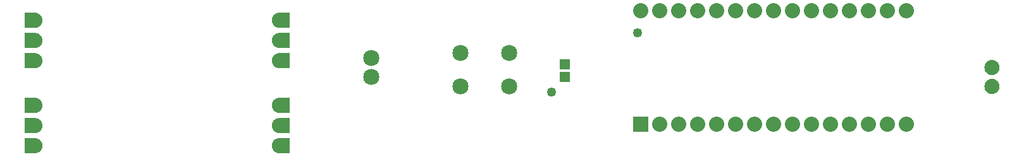
<source format=gts>
G04 MADE WITH FRITZING*
G04 WWW.FRITZING.ORG*
G04 DOUBLE SIDED*
G04 HOLES PLATED*
G04 CONTOUR ON CENTER OF CONTOUR VECTOR*
%ASAXBY*%
%FSLAX23Y23*%
%MOIN*%
%OFA0B0*%
%SFA1.0B1.0*%
%ADD10C,0.085000*%
%ADD11C,0.080000*%
%ADD12C,0.055440*%
%ADD13C,0.049370*%
%ADD14R,0.053307X0.057244*%
%ADD15R,0.080000X0.079972*%
%ADD16R,0.001000X0.001000*%
%LNMASK1*%
G90*
G70*
G54D10*
X2598Y463D03*
X2342Y463D03*
X2598Y641D03*
X2342Y641D03*
G54D11*
X3292Y263D03*
X3392Y263D03*
X3492Y263D03*
X3592Y263D03*
X3692Y263D03*
X3792Y263D03*
X3892Y263D03*
X3992Y263D03*
X4092Y263D03*
X4192Y263D03*
X4292Y263D03*
X4392Y263D03*
X4492Y263D03*
X4592Y263D03*
X4692Y263D03*
X3292Y863D03*
X3392Y863D03*
X3492Y863D03*
X3592Y863D03*
X3692Y863D03*
X3792Y863D03*
X3892Y863D03*
X3992Y863D03*
X4092Y863D03*
X4192Y863D03*
X4292Y863D03*
X4392Y863D03*
X4492Y863D03*
X4592Y863D03*
X4692Y863D03*
G54D12*
X93Y813D03*
X93Y707D03*
X93Y600D03*
X1392Y813D03*
X1392Y707D03*
X1392Y600D03*
G54D10*
X1873Y613D03*
X1873Y513D03*
G54D12*
X93Y363D03*
X93Y257D03*
X93Y150D03*
X1392Y363D03*
X1392Y257D03*
X1392Y150D03*
G54D13*
X3276Y746D03*
X2820Y434D03*
G54D14*
X2892Y580D03*
X2892Y513D03*
G54D15*
X3292Y263D03*
G54D16*
X44Y852D02*
X107Y852D01*
X1379Y852D02*
X1442Y852D01*
X44Y851D02*
X111Y851D01*
X1376Y851D02*
X1442Y851D01*
X44Y850D02*
X113Y850D01*
X1373Y850D02*
X1442Y850D01*
X44Y849D02*
X116Y849D01*
X1370Y849D02*
X1442Y849D01*
X44Y848D02*
X118Y848D01*
X1368Y848D02*
X1442Y848D01*
X44Y847D02*
X120Y847D01*
X1367Y847D02*
X1442Y847D01*
X44Y846D02*
X121Y846D01*
X1365Y846D02*
X1442Y846D01*
X44Y845D02*
X123Y845D01*
X1364Y845D02*
X1442Y845D01*
X44Y844D02*
X124Y844D01*
X1362Y844D02*
X1442Y844D01*
X44Y843D02*
X125Y843D01*
X1361Y843D02*
X1442Y843D01*
X44Y842D02*
X126Y842D01*
X1360Y842D02*
X1442Y842D01*
X44Y841D02*
X127Y841D01*
X1359Y841D02*
X1442Y841D01*
X44Y840D02*
X128Y840D01*
X1358Y840D02*
X1442Y840D01*
X44Y839D02*
X129Y839D01*
X1357Y839D02*
X1442Y839D01*
X44Y838D02*
X130Y838D01*
X1357Y838D02*
X1442Y838D01*
X44Y837D02*
X130Y837D01*
X1356Y837D02*
X1442Y837D01*
X44Y836D02*
X131Y836D01*
X1355Y836D02*
X1442Y836D01*
X44Y835D02*
X132Y835D01*
X1354Y835D02*
X1442Y835D01*
X44Y834D02*
X132Y834D01*
X1354Y834D02*
X1442Y834D01*
X44Y833D02*
X133Y833D01*
X1353Y833D02*
X1442Y833D01*
X44Y832D02*
X134Y832D01*
X1353Y832D02*
X1442Y832D01*
X44Y831D02*
X134Y831D01*
X1352Y831D02*
X1442Y831D01*
X44Y830D02*
X135Y830D01*
X1352Y830D02*
X1442Y830D01*
X44Y829D02*
X135Y829D01*
X1351Y829D02*
X1442Y829D01*
X44Y828D02*
X135Y828D01*
X1351Y828D02*
X1442Y828D01*
X44Y827D02*
X136Y827D01*
X1351Y827D02*
X1442Y827D01*
X44Y826D02*
X136Y826D01*
X1350Y826D02*
X1442Y826D01*
X44Y825D02*
X137Y825D01*
X1350Y825D02*
X1442Y825D01*
X44Y824D02*
X137Y824D01*
X1350Y824D02*
X1442Y824D01*
X44Y823D02*
X137Y823D01*
X1349Y823D02*
X1442Y823D01*
X44Y822D02*
X137Y822D01*
X1349Y822D02*
X1442Y822D01*
X44Y821D02*
X138Y821D01*
X1349Y821D02*
X1442Y821D01*
X44Y820D02*
X138Y820D01*
X1349Y820D02*
X1442Y820D01*
X44Y819D02*
X138Y819D01*
X1348Y819D02*
X1442Y819D01*
X44Y818D02*
X138Y818D01*
X1348Y818D02*
X1442Y818D01*
X44Y817D02*
X138Y817D01*
X1348Y817D02*
X1442Y817D01*
X44Y816D02*
X138Y816D01*
X1348Y816D02*
X1442Y816D01*
X44Y815D02*
X138Y815D01*
X1348Y815D02*
X1442Y815D01*
X44Y814D02*
X138Y814D01*
X1348Y814D02*
X1442Y814D01*
X44Y813D02*
X138Y813D01*
X1348Y813D02*
X1442Y813D01*
X44Y812D02*
X138Y812D01*
X1348Y812D02*
X1442Y812D01*
X44Y811D02*
X138Y811D01*
X1348Y811D02*
X1442Y811D01*
X44Y810D02*
X138Y810D01*
X1348Y810D02*
X1442Y810D01*
X44Y809D02*
X138Y809D01*
X1348Y809D02*
X1442Y809D01*
X44Y808D02*
X138Y808D01*
X1348Y808D02*
X1442Y808D01*
X44Y807D02*
X138Y807D01*
X1348Y807D02*
X1442Y807D01*
X44Y806D02*
X138Y806D01*
X1349Y806D02*
X1442Y806D01*
X44Y805D02*
X137Y805D01*
X1349Y805D02*
X1442Y805D01*
X44Y804D02*
X137Y804D01*
X1349Y804D02*
X1442Y804D01*
X44Y803D02*
X137Y803D01*
X1349Y803D02*
X1442Y803D01*
X44Y802D02*
X137Y802D01*
X1350Y802D02*
X1442Y802D01*
X44Y801D02*
X136Y801D01*
X1350Y801D02*
X1442Y801D01*
X44Y800D02*
X136Y800D01*
X1350Y800D02*
X1442Y800D01*
X44Y799D02*
X136Y799D01*
X1351Y799D02*
X1442Y799D01*
X44Y798D02*
X135Y798D01*
X1351Y798D02*
X1442Y798D01*
X44Y797D02*
X135Y797D01*
X1351Y797D02*
X1442Y797D01*
X44Y796D02*
X134Y796D01*
X1352Y796D02*
X1442Y796D01*
X44Y795D02*
X134Y795D01*
X1352Y795D02*
X1442Y795D01*
X44Y794D02*
X133Y794D01*
X1353Y794D02*
X1442Y794D01*
X44Y793D02*
X133Y793D01*
X1353Y793D02*
X1442Y793D01*
X44Y792D02*
X132Y792D01*
X1354Y792D02*
X1442Y792D01*
X44Y791D02*
X132Y791D01*
X1355Y791D02*
X1442Y791D01*
X44Y790D02*
X131Y790D01*
X1355Y790D02*
X1442Y790D01*
X44Y789D02*
X130Y789D01*
X1356Y789D02*
X1442Y789D01*
X44Y788D02*
X130Y788D01*
X1357Y788D02*
X1442Y788D01*
X44Y787D02*
X129Y787D01*
X1358Y787D02*
X1442Y787D01*
X44Y786D02*
X128Y786D01*
X1358Y786D02*
X1442Y786D01*
X44Y785D02*
X127Y785D01*
X1359Y785D02*
X1442Y785D01*
X44Y784D02*
X126Y784D01*
X1360Y784D02*
X1442Y784D01*
X44Y783D02*
X125Y783D01*
X1362Y783D02*
X1442Y783D01*
X44Y782D02*
X123Y782D01*
X1363Y782D02*
X1442Y782D01*
X44Y781D02*
X122Y781D01*
X1364Y781D02*
X1442Y781D01*
X44Y780D02*
X121Y780D01*
X1366Y780D02*
X1442Y780D01*
X44Y779D02*
X119Y779D01*
X1367Y779D02*
X1442Y779D01*
X44Y778D02*
X117Y778D01*
X1369Y778D02*
X1442Y778D01*
X44Y777D02*
X115Y777D01*
X1371Y777D02*
X1442Y777D01*
X44Y776D02*
X113Y776D01*
X1374Y776D02*
X1442Y776D01*
X44Y775D02*
X110Y775D01*
X1377Y775D02*
X1442Y775D01*
X44Y774D02*
X105Y774D01*
X1381Y774D02*
X1442Y774D01*
X44Y746D02*
X103Y746D01*
X1383Y746D02*
X1442Y746D01*
X44Y745D02*
X109Y745D01*
X1378Y745D02*
X1442Y745D01*
X44Y744D02*
X112Y744D01*
X1374Y744D02*
X1442Y744D01*
X44Y743D02*
X115Y743D01*
X1372Y743D02*
X1442Y743D01*
X44Y742D02*
X117Y742D01*
X1370Y742D02*
X1442Y742D01*
X44Y741D02*
X119Y741D01*
X1368Y741D02*
X1442Y741D01*
X44Y740D02*
X120Y740D01*
X1366Y740D02*
X1442Y740D01*
X44Y739D02*
X122Y739D01*
X1365Y739D02*
X1442Y739D01*
X44Y738D02*
X123Y738D01*
X1363Y738D02*
X1442Y738D01*
X44Y737D02*
X124Y737D01*
X1362Y737D02*
X1442Y737D01*
X44Y736D02*
X126Y736D01*
X1361Y736D02*
X1442Y736D01*
X44Y735D02*
X127Y735D01*
X1360Y735D02*
X1442Y735D01*
X44Y734D02*
X128Y734D01*
X1359Y734D02*
X1442Y734D01*
X44Y733D02*
X128Y733D01*
X1358Y733D02*
X1442Y733D01*
X44Y732D02*
X129Y732D01*
X1357Y732D02*
X1442Y732D01*
X44Y731D02*
X130Y731D01*
X1356Y731D02*
X1442Y731D01*
X44Y730D02*
X131Y730D01*
X1356Y730D02*
X1442Y730D01*
X44Y729D02*
X131Y729D01*
X1355Y729D02*
X1442Y729D01*
X44Y728D02*
X132Y728D01*
X1354Y728D02*
X1442Y728D01*
X44Y727D02*
X133Y727D01*
X1354Y727D02*
X1442Y727D01*
X44Y726D02*
X133Y726D01*
X1353Y726D02*
X1442Y726D01*
X44Y725D02*
X134Y725D01*
X1352Y725D02*
X1442Y725D01*
X44Y724D02*
X134Y724D01*
X1352Y724D02*
X1442Y724D01*
X44Y723D02*
X135Y723D01*
X1352Y723D02*
X1442Y723D01*
X44Y722D02*
X135Y722D01*
X1351Y722D02*
X1442Y722D01*
X44Y721D02*
X136Y721D01*
X1351Y721D02*
X1442Y721D01*
X44Y720D02*
X136Y720D01*
X1350Y720D02*
X1442Y720D01*
X44Y719D02*
X136Y719D01*
X1350Y719D02*
X1442Y719D01*
X44Y718D02*
X137Y718D01*
X1350Y718D02*
X1442Y718D01*
X44Y717D02*
X137Y717D01*
X1349Y717D02*
X1442Y717D01*
X44Y716D02*
X137Y716D01*
X1349Y716D02*
X1442Y716D01*
X44Y715D02*
X137Y715D01*
X1349Y715D02*
X1442Y715D01*
X44Y714D02*
X138Y714D01*
X1349Y714D02*
X1442Y714D01*
X44Y713D02*
X138Y713D01*
X1349Y713D02*
X1442Y713D01*
X44Y712D02*
X138Y712D01*
X1348Y712D02*
X1442Y712D01*
X44Y711D02*
X138Y711D01*
X1348Y711D02*
X1442Y711D01*
X44Y710D02*
X138Y710D01*
X1348Y710D02*
X1442Y710D01*
X44Y709D02*
X138Y709D01*
X1348Y709D02*
X1442Y709D01*
X44Y708D02*
X138Y708D01*
X1348Y708D02*
X1442Y708D01*
X44Y707D02*
X138Y707D01*
X1348Y707D02*
X1442Y707D01*
X44Y706D02*
X138Y706D01*
X1348Y706D02*
X1442Y706D01*
X44Y705D02*
X138Y705D01*
X1348Y705D02*
X1442Y705D01*
X44Y704D02*
X138Y704D01*
X1348Y704D02*
X1442Y704D01*
X44Y703D02*
X138Y703D01*
X1348Y703D02*
X1442Y703D01*
X44Y702D02*
X138Y702D01*
X1348Y702D02*
X1442Y702D01*
X44Y701D02*
X138Y701D01*
X1348Y701D02*
X1442Y701D01*
X44Y700D02*
X138Y700D01*
X1349Y700D02*
X1442Y700D01*
X44Y699D02*
X138Y699D01*
X1349Y699D02*
X1442Y699D01*
X44Y698D02*
X137Y698D01*
X1349Y698D02*
X1442Y698D01*
X44Y697D02*
X137Y697D01*
X1349Y697D02*
X1442Y697D01*
X44Y696D02*
X137Y696D01*
X1349Y696D02*
X1442Y696D01*
X44Y695D02*
X137Y695D01*
X1350Y695D02*
X1442Y695D01*
X44Y694D02*
X136Y694D01*
X1350Y694D02*
X1442Y694D01*
X44Y693D02*
X136Y693D01*
X1350Y693D02*
X1442Y693D01*
X44Y692D02*
X136Y692D01*
X1351Y692D02*
X1442Y692D01*
X44Y691D02*
X135Y691D01*
X1351Y691D02*
X1442Y691D01*
X44Y690D02*
X135Y690D01*
X1352Y690D02*
X1442Y690D01*
X44Y689D02*
X134Y689D01*
X1352Y689D02*
X1442Y689D01*
X44Y688D02*
X134Y688D01*
X1353Y688D02*
X1442Y688D01*
X44Y687D02*
X133Y687D01*
X1353Y687D02*
X1442Y687D01*
X44Y686D02*
X133Y686D01*
X1354Y686D02*
X1442Y686D01*
X44Y685D02*
X132Y685D01*
X1354Y685D02*
X1442Y685D01*
X44Y684D02*
X131Y684D01*
X1355Y684D02*
X1442Y684D01*
X44Y683D02*
X131Y683D01*
X1356Y683D02*
X1442Y683D01*
X44Y682D02*
X130Y682D01*
X1356Y682D02*
X1442Y682D01*
X44Y681D02*
X129Y681D01*
X1357Y681D02*
X1442Y681D01*
X44Y680D02*
X128Y680D01*
X1358Y680D02*
X1442Y680D01*
X44Y679D02*
X127Y679D01*
X1359Y679D02*
X1442Y679D01*
X44Y678D02*
X126Y678D01*
X1360Y678D02*
X1442Y678D01*
X44Y677D02*
X125Y677D01*
X1361Y677D02*
X1442Y677D01*
X44Y676D02*
X124Y676D01*
X1362Y676D02*
X1442Y676D01*
X44Y675D02*
X123Y675D01*
X1363Y675D02*
X1442Y675D01*
X44Y674D02*
X122Y674D01*
X1365Y674D02*
X1442Y674D01*
X44Y673D02*
X120Y673D01*
X1366Y673D02*
X1442Y673D01*
X44Y672D02*
X118Y672D01*
X1368Y672D02*
X1442Y672D01*
X44Y671D02*
X116Y671D01*
X1370Y671D02*
X1442Y671D01*
X44Y670D02*
X114Y670D01*
X1372Y670D02*
X1442Y670D01*
X44Y669D02*
X112Y669D01*
X1375Y669D02*
X1442Y669D01*
X44Y668D02*
X108Y668D01*
X1378Y668D02*
X1442Y668D01*
X44Y667D02*
X101Y667D01*
X1385Y667D02*
X1442Y667D01*
X44Y639D02*
X106Y639D01*
X1380Y639D02*
X1442Y639D01*
X44Y638D02*
X110Y638D01*
X1376Y638D02*
X1442Y638D01*
X44Y637D02*
X113Y637D01*
X1373Y637D02*
X1442Y637D01*
X44Y636D02*
X115Y636D01*
X1371Y636D02*
X1442Y636D01*
X44Y635D02*
X117Y635D01*
X1369Y635D02*
X1442Y635D01*
X44Y634D02*
X119Y634D01*
X1367Y634D02*
X1442Y634D01*
X44Y633D02*
X121Y633D01*
X1365Y633D02*
X1442Y633D01*
X44Y632D02*
X122Y632D01*
X1364Y632D02*
X1442Y632D01*
X44Y631D02*
X124Y631D01*
X1363Y631D02*
X1442Y631D01*
X44Y630D02*
X125Y630D01*
X1361Y630D02*
X1442Y630D01*
X44Y629D02*
X126Y629D01*
X1360Y629D02*
X1442Y629D01*
X44Y628D02*
X127Y628D01*
X1359Y628D02*
X1442Y628D01*
X44Y627D02*
X128Y627D01*
X1358Y627D02*
X1442Y627D01*
X44Y626D02*
X129Y626D01*
X1358Y626D02*
X1442Y626D01*
X44Y625D02*
X130Y625D01*
X1357Y625D02*
X1442Y625D01*
X44Y624D02*
X130Y624D01*
X1356Y624D02*
X1442Y624D01*
X44Y623D02*
X131Y623D01*
X1355Y623D02*
X1442Y623D01*
X44Y622D02*
X132Y622D01*
X1355Y622D02*
X1442Y622D01*
X44Y621D02*
X132Y621D01*
X1354Y621D02*
X1442Y621D01*
X44Y620D02*
X133Y620D01*
X1353Y620D02*
X1442Y620D01*
X44Y619D02*
X134Y619D01*
X1353Y619D02*
X1442Y619D01*
X44Y618D02*
X134Y618D01*
X1352Y618D02*
X1442Y618D01*
X44Y617D02*
X134Y617D01*
X1352Y617D02*
X1442Y617D01*
X44Y616D02*
X135Y616D01*
X1351Y616D02*
X1442Y616D01*
X44Y615D02*
X135Y615D01*
X1351Y615D02*
X1442Y615D01*
X44Y614D02*
X136Y614D01*
X1351Y614D02*
X1442Y614D01*
X44Y613D02*
X136Y613D01*
X1350Y613D02*
X1442Y613D01*
X44Y612D02*
X136Y612D01*
X1350Y612D02*
X1442Y612D01*
X44Y611D02*
X137Y611D01*
X1350Y611D02*
X1442Y611D01*
X44Y610D02*
X137Y610D01*
X1349Y610D02*
X1442Y610D01*
X44Y609D02*
X137Y609D01*
X1349Y609D02*
X1442Y609D01*
X44Y608D02*
X138Y608D01*
X1349Y608D02*
X1442Y608D01*
X44Y607D02*
X138Y607D01*
X1349Y607D02*
X1442Y607D01*
X44Y606D02*
X138Y606D01*
X1348Y606D02*
X1442Y606D01*
X44Y605D02*
X138Y605D01*
X1348Y605D02*
X1442Y605D01*
X44Y604D02*
X139Y604D01*
X1348Y604D02*
X1442Y604D01*
X44Y603D02*
X139Y603D01*
X1348Y603D02*
X1442Y603D01*
X5138Y603D02*
X5147Y603D01*
X44Y602D02*
X139Y602D01*
X1348Y602D02*
X1442Y602D01*
X5133Y602D02*
X5152Y602D01*
X44Y601D02*
X139Y601D01*
X1348Y601D02*
X1442Y601D01*
X5130Y601D02*
X5156Y601D01*
X44Y600D02*
X139Y600D01*
X1348Y600D02*
X1442Y600D01*
X5127Y600D02*
X5158Y600D01*
X44Y599D02*
X138Y599D01*
X1348Y599D02*
X1442Y599D01*
X5125Y599D02*
X5160Y599D01*
X44Y598D02*
X138Y598D01*
X1348Y598D02*
X1442Y598D01*
X5123Y598D02*
X5162Y598D01*
X44Y597D02*
X138Y597D01*
X1348Y597D02*
X1442Y597D01*
X5122Y597D02*
X5164Y597D01*
X44Y596D02*
X138Y596D01*
X1348Y596D02*
X1442Y596D01*
X5120Y596D02*
X5165Y596D01*
X44Y595D02*
X138Y595D01*
X1348Y595D02*
X1442Y595D01*
X5119Y595D02*
X5167Y595D01*
X44Y594D02*
X138Y594D01*
X1348Y594D02*
X1442Y594D01*
X5118Y594D02*
X5168Y594D01*
X44Y593D02*
X138Y593D01*
X1349Y593D02*
X1442Y593D01*
X5116Y593D02*
X5169Y593D01*
X44Y592D02*
X138Y592D01*
X1349Y592D02*
X1442Y592D01*
X5115Y592D02*
X5170Y592D01*
X44Y591D02*
X137Y591D01*
X1349Y591D02*
X1442Y591D01*
X5114Y591D02*
X5171Y591D01*
X44Y590D02*
X137Y590D01*
X1349Y590D02*
X1442Y590D01*
X5113Y590D02*
X5172Y590D01*
X44Y589D02*
X137Y589D01*
X1350Y589D02*
X1442Y589D01*
X5113Y589D02*
X5173Y589D01*
X44Y588D02*
X136Y588D01*
X1350Y588D02*
X1442Y588D01*
X5112Y588D02*
X5174Y588D01*
X44Y587D02*
X136Y587D01*
X1350Y587D02*
X1442Y587D01*
X5111Y587D02*
X5174Y587D01*
X44Y586D02*
X136Y586D01*
X1351Y586D02*
X1442Y586D01*
X5110Y586D02*
X5175Y586D01*
X44Y585D02*
X135Y585D01*
X1351Y585D02*
X1442Y585D01*
X5110Y585D02*
X5176Y585D01*
X44Y584D02*
X135Y584D01*
X1351Y584D02*
X1442Y584D01*
X5109Y584D02*
X5176Y584D01*
X44Y583D02*
X135Y583D01*
X1352Y583D02*
X1442Y583D01*
X5109Y583D02*
X5177Y583D01*
X44Y582D02*
X134Y582D01*
X1352Y582D02*
X1442Y582D01*
X5108Y582D02*
X5178Y582D01*
X44Y581D02*
X134Y581D01*
X1353Y581D02*
X1442Y581D01*
X5107Y581D02*
X5178Y581D01*
X44Y580D02*
X133Y580D01*
X1353Y580D02*
X1442Y580D01*
X5107Y580D02*
X5179Y580D01*
X44Y579D02*
X132Y579D01*
X1354Y579D02*
X1442Y579D01*
X5106Y579D02*
X5179Y579D01*
X44Y578D02*
X132Y578D01*
X1354Y578D02*
X1442Y578D01*
X5106Y578D02*
X5180Y578D01*
X44Y577D02*
X131Y577D01*
X1355Y577D02*
X1442Y577D01*
X5106Y577D02*
X5180Y577D01*
X44Y576D02*
X130Y576D01*
X1356Y576D02*
X1442Y576D01*
X5105Y576D02*
X5180Y576D01*
X44Y575D02*
X130Y575D01*
X1357Y575D02*
X1442Y575D01*
X5105Y575D02*
X5181Y575D01*
X44Y574D02*
X129Y574D01*
X1357Y574D02*
X1442Y574D01*
X5105Y574D02*
X5181Y574D01*
X44Y573D02*
X128Y573D01*
X1358Y573D02*
X1442Y573D01*
X5105Y573D02*
X5181Y573D01*
X44Y572D02*
X127Y572D01*
X1359Y572D02*
X1442Y572D01*
X5104Y572D02*
X5181Y572D01*
X44Y571D02*
X126Y571D01*
X1360Y571D02*
X1442Y571D01*
X5104Y571D02*
X5181Y571D01*
X44Y570D02*
X125Y570D01*
X1361Y570D02*
X1442Y570D01*
X5104Y570D02*
X5182Y570D01*
X44Y569D02*
X124Y569D01*
X1363Y569D02*
X1442Y569D01*
X5104Y569D02*
X5182Y569D01*
X44Y568D02*
X122Y568D01*
X1364Y568D02*
X1442Y568D01*
X5104Y568D02*
X5182Y568D01*
X44Y567D02*
X121Y567D01*
X1365Y567D02*
X1442Y567D01*
X5104Y567D02*
X5182Y567D01*
X44Y566D02*
X119Y566D01*
X1367Y566D02*
X1442Y566D01*
X5103Y566D02*
X5182Y566D01*
X44Y565D02*
X118Y565D01*
X1369Y565D02*
X1442Y565D01*
X5103Y565D02*
X5182Y565D01*
X44Y564D02*
X116Y564D01*
X1371Y564D02*
X1442Y564D01*
X5103Y564D02*
X5182Y564D01*
X44Y563D02*
X113Y563D01*
X1373Y563D02*
X1442Y563D01*
X5103Y563D02*
X5182Y563D01*
X44Y562D02*
X110Y562D01*
X1376Y562D02*
X1442Y562D01*
X5103Y562D02*
X5182Y562D01*
X44Y561D02*
X106Y561D01*
X1380Y561D02*
X1442Y561D01*
X5103Y561D02*
X5182Y561D01*
X5103Y560D02*
X5182Y560D01*
X5104Y559D02*
X5182Y559D01*
X5104Y558D02*
X5182Y558D01*
X5104Y557D02*
X5182Y557D01*
X5104Y556D02*
X5182Y556D01*
X5104Y555D02*
X5181Y555D01*
X5105Y554D02*
X5181Y554D01*
X5105Y553D02*
X5181Y553D01*
X5105Y552D02*
X5181Y552D01*
X5105Y551D02*
X5180Y551D01*
X5106Y550D02*
X5180Y550D01*
X5106Y549D02*
X5180Y549D01*
X5106Y548D02*
X5179Y548D01*
X5107Y547D02*
X5179Y547D01*
X5107Y546D02*
X5178Y546D01*
X5108Y545D02*
X5178Y545D01*
X5108Y544D02*
X5177Y544D01*
X5109Y543D02*
X5177Y543D01*
X5110Y542D02*
X5176Y542D01*
X5110Y541D02*
X5175Y541D01*
X5111Y540D02*
X5175Y540D01*
X5112Y539D02*
X5174Y539D01*
X5113Y538D02*
X5173Y538D01*
X5113Y537D02*
X5172Y537D01*
X5114Y536D02*
X5171Y536D01*
X5115Y535D02*
X5170Y535D01*
X5116Y534D02*
X5169Y534D01*
X5117Y533D02*
X5168Y533D01*
X5119Y532D02*
X5167Y532D01*
X5120Y531D02*
X5166Y531D01*
X5122Y530D02*
X5164Y530D01*
X5123Y529D02*
X5162Y529D01*
X5125Y528D02*
X5161Y528D01*
X5127Y527D02*
X5159Y527D01*
X5129Y526D02*
X5156Y526D01*
X5133Y525D02*
X5153Y525D01*
X5137Y524D02*
X5148Y524D01*
X5138Y503D02*
X5148Y503D01*
X5133Y502D02*
X5153Y502D01*
X5130Y501D02*
X5156Y501D01*
X5127Y500D02*
X5159Y500D01*
X5125Y499D02*
X5161Y499D01*
X5123Y498D02*
X5162Y498D01*
X5122Y497D02*
X5164Y497D01*
X5120Y496D02*
X5165Y496D01*
X5119Y495D02*
X5167Y495D01*
X5118Y494D02*
X5168Y494D01*
X5116Y493D02*
X5169Y493D01*
X5115Y492D02*
X5170Y492D01*
X5114Y491D02*
X5171Y491D01*
X5113Y490D02*
X5172Y490D01*
X5113Y489D02*
X5173Y489D01*
X5112Y488D02*
X5174Y488D01*
X5111Y487D02*
X5175Y487D01*
X5110Y486D02*
X5175Y486D01*
X5110Y485D02*
X5176Y485D01*
X5109Y484D02*
X5177Y484D01*
X5108Y483D02*
X5177Y483D01*
X5108Y482D02*
X5178Y482D01*
X5107Y481D02*
X5178Y481D01*
X5107Y480D02*
X5179Y480D01*
X5106Y479D02*
X5179Y479D01*
X5106Y478D02*
X5180Y478D01*
X5106Y477D02*
X5180Y477D01*
X5105Y476D02*
X5180Y476D01*
X5105Y475D02*
X5181Y475D01*
X5105Y474D02*
X5181Y474D01*
X5105Y473D02*
X5181Y473D01*
X5104Y472D02*
X5181Y472D01*
X5104Y471D02*
X5181Y471D01*
X5104Y470D02*
X5182Y470D01*
X5104Y469D02*
X5182Y469D01*
X5104Y468D02*
X5182Y468D01*
X5103Y467D02*
X5182Y467D01*
X5103Y466D02*
X5182Y466D01*
X5103Y465D02*
X5182Y465D01*
X5103Y464D02*
X5182Y464D01*
X5103Y463D02*
X5182Y463D01*
X5103Y462D02*
X5182Y462D01*
X5103Y461D02*
X5182Y461D01*
X5104Y460D02*
X5182Y460D01*
X5104Y459D02*
X5182Y459D01*
X5104Y458D02*
X5182Y458D01*
X5104Y457D02*
X5182Y457D01*
X5104Y456D02*
X5181Y456D01*
X5104Y455D02*
X5181Y455D01*
X5105Y454D02*
X5181Y454D01*
X5105Y453D02*
X5181Y453D01*
X5105Y452D02*
X5181Y452D01*
X5105Y451D02*
X5180Y451D01*
X5106Y450D02*
X5180Y450D01*
X5106Y449D02*
X5180Y449D01*
X5106Y448D02*
X5179Y448D01*
X5107Y447D02*
X5179Y447D01*
X5107Y446D02*
X5178Y446D01*
X5108Y445D02*
X5178Y445D01*
X5108Y444D02*
X5177Y444D01*
X5109Y443D02*
X5177Y443D01*
X5110Y442D02*
X5176Y442D01*
X5110Y441D02*
X5175Y441D01*
X5111Y440D02*
X5175Y440D01*
X5112Y439D02*
X5174Y439D01*
X5113Y438D02*
X5173Y438D01*
X5113Y437D02*
X5172Y437D01*
X5114Y436D02*
X5171Y436D01*
X5115Y435D02*
X5170Y435D01*
X5116Y434D02*
X5169Y434D01*
X5118Y433D02*
X5168Y433D01*
X5119Y432D02*
X5167Y432D01*
X5120Y431D02*
X5165Y431D01*
X5122Y430D02*
X5164Y430D01*
X5123Y429D02*
X5162Y429D01*
X5125Y428D02*
X5161Y428D01*
X5127Y427D02*
X5159Y427D01*
X5130Y426D02*
X5156Y426D01*
X5133Y425D02*
X5153Y425D01*
X5138Y424D02*
X5148Y424D01*
X44Y403D02*
X102Y403D01*
X1384Y403D02*
X1442Y403D01*
X44Y402D02*
X108Y402D01*
X1378Y402D02*
X1442Y402D01*
X44Y401D02*
X112Y401D01*
X1374Y401D02*
X1442Y401D01*
X44Y400D02*
X114Y400D01*
X1372Y400D02*
X1442Y400D01*
X44Y399D02*
X117Y399D01*
X1370Y399D02*
X1442Y399D01*
X44Y398D02*
X118Y398D01*
X1368Y398D02*
X1442Y398D01*
X44Y397D02*
X120Y397D01*
X1366Y397D02*
X1442Y397D01*
X44Y396D02*
X122Y396D01*
X1365Y396D02*
X1442Y396D01*
X44Y395D02*
X123Y395D01*
X1363Y395D02*
X1442Y395D01*
X44Y394D02*
X124Y394D01*
X1362Y394D02*
X1442Y394D01*
X44Y393D02*
X125Y393D01*
X1361Y393D02*
X1442Y393D01*
X44Y392D02*
X127Y392D01*
X1360Y392D02*
X1442Y392D01*
X44Y391D02*
X128Y391D01*
X1359Y391D02*
X1442Y391D01*
X44Y390D02*
X128Y390D01*
X1358Y390D02*
X1442Y390D01*
X44Y389D02*
X129Y389D01*
X1357Y389D02*
X1442Y389D01*
X44Y388D02*
X130Y388D01*
X1356Y388D02*
X1442Y388D01*
X44Y387D02*
X131Y387D01*
X1356Y387D02*
X1442Y387D01*
X44Y386D02*
X131Y386D01*
X1355Y386D02*
X1442Y386D01*
X44Y385D02*
X132Y385D01*
X1354Y385D02*
X1442Y385D01*
X44Y384D02*
X133Y384D01*
X1354Y384D02*
X1442Y384D01*
X44Y383D02*
X133Y383D01*
X1353Y383D02*
X1442Y383D01*
X44Y382D02*
X134Y382D01*
X1353Y382D02*
X1442Y382D01*
X44Y381D02*
X134Y381D01*
X1352Y381D02*
X1442Y381D01*
X44Y380D02*
X135Y380D01*
X1352Y380D02*
X1442Y380D01*
X44Y379D02*
X135Y379D01*
X1351Y379D02*
X1442Y379D01*
X44Y378D02*
X136Y378D01*
X1351Y378D02*
X1442Y378D01*
X44Y377D02*
X136Y377D01*
X1350Y377D02*
X1442Y377D01*
X44Y376D02*
X136Y376D01*
X1350Y376D02*
X1442Y376D01*
X44Y375D02*
X137Y375D01*
X1350Y375D02*
X1442Y375D01*
X44Y374D02*
X137Y374D01*
X1349Y374D02*
X1442Y374D01*
X44Y373D02*
X137Y373D01*
X1349Y373D02*
X1442Y373D01*
X44Y372D02*
X137Y372D01*
X1349Y372D02*
X1442Y372D01*
X44Y371D02*
X138Y371D01*
X1349Y371D02*
X1442Y371D01*
X44Y370D02*
X138Y370D01*
X1349Y370D02*
X1442Y370D01*
X44Y369D02*
X138Y369D01*
X1348Y369D02*
X1442Y369D01*
X44Y368D02*
X138Y368D01*
X1348Y368D02*
X1442Y368D01*
X44Y367D02*
X138Y367D01*
X1348Y367D02*
X1442Y367D01*
X44Y366D02*
X138Y366D01*
X1348Y366D02*
X1442Y366D01*
X44Y365D02*
X138Y365D01*
X1348Y365D02*
X1442Y365D01*
X44Y364D02*
X138Y364D01*
X1348Y364D02*
X1442Y364D01*
X44Y363D02*
X138Y363D01*
X1348Y363D02*
X1442Y363D01*
X44Y362D02*
X138Y362D01*
X1348Y362D02*
X1442Y362D01*
X44Y361D02*
X138Y361D01*
X1348Y361D02*
X1442Y361D01*
X44Y360D02*
X138Y360D01*
X1348Y360D02*
X1442Y360D01*
X44Y359D02*
X138Y359D01*
X1348Y359D02*
X1442Y359D01*
X44Y358D02*
X138Y358D01*
X1348Y358D02*
X1442Y358D01*
X44Y357D02*
X138Y357D01*
X1349Y357D02*
X1442Y357D01*
X44Y356D02*
X138Y356D01*
X1349Y356D02*
X1442Y356D01*
X44Y355D02*
X137Y355D01*
X1349Y355D02*
X1442Y355D01*
X44Y354D02*
X137Y354D01*
X1349Y354D02*
X1442Y354D01*
X44Y353D02*
X137Y353D01*
X1349Y353D02*
X1442Y353D01*
X44Y352D02*
X137Y352D01*
X1350Y352D02*
X1442Y352D01*
X44Y351D02*
X136Y351D01*
X1350Y351D02*
X1442Y351D01*
X44Y350D02*
X136Y350D01*
X1350Y350D02*
X1442Y350D01*
X44Y349D02*
X136Y349D01*
X1351Y349D02*
X1442Y349D01*
X44Y348D02*
X135Y348D01*
X1351Y348D02*
X1442Y348D01*
X44Y347D02*
X135Y347D01*
X1352Y347D02*
X1442Y347D01*
X44Y346D02*
X134Y346D01*
X1352Y346D02*
X1442Y346D01*
X44Y345D02*
X134Y345D01*
X1353Y345D02*
X1442Y345D01*
X44Y344D02*
X133Y344D01*
X1353Y344D02*
X1442Y344D01*
X44Y343D02*
X133Y343D01*
X1354Y343D02*
X1442Y343D01*
X44Y342D02*
X132Y342D01*
X1354Y342D02*
X1442Y342D01*
X44Y341D02*
X131Y341D01*
X1355Y341D02*
X1442Y341D01*
X44Y340D02*
X131Y340D01*
X1356Y340D02*
X1442Y340D01*
X44Y339D02*
X130Y339D01*
X1356Y339D02*
X1442Y339D01*
X44Y338D02*
X129Y338D01*
X1357Y338D02*
X1442Y338D01*
X44Y337D02*
X128Y337D01*
X1358Y337D02*
X1442Y337D01*
X44Y336D02*
X127Y336D01*
X1359Y336D02*
X1442Y336D01*
X44Y335D02*
X126Y335D01*
X1360Y335D02*
X1442Y335D01*
X44Y334D02*
X125Y334D01*
X1361Y334D02*
X1442Y334D01*
X44Y333D02*
X124Y333D01*
X1362Y333D02*
X1442Y333D01*
X44Y332D02*
X123Y332D01*
X1363Y332D02*
X1442Y332D01*
X44Y331D02*
X122Y331D01*
X1365Y331D02*
X1442Y331D01*
X44Y330D02*
X120Y330D01*
X1366Y330D02*
X1442Y330D01*
X44Y329D02*
X118Y329D01*
X1368Y329D02*
X1442Y329D01*
X44Y328D02*
X116Y328D01*
X1370Y328D02*
X1442Y328D01*
X44Y327D02*
X114Y327D01*
X1372Y327D02*
X1442Y327D01*
X44Y326D02*
X112Y326D01*
X1375Y326D02*
X1442Y326D01*
X44Y325D02*
X108Y325D01*
X1378Y325D02*
X1442Y325D01*
X44Y324D02*
X102Y324D01*
X1384Y324D02*
X1442Y324D01*
X44Y296D02*
X106Y296D01*
X1381Y296D02*
X1442Y296D01*
X44Y295D02*
X110Y295D01*
X1376Y295D02*
X1442Y295D01*
X44Y294D02*
X113Y294D01*
X1373Y294D02*
X1442Y294D01*
X44Y293D02*
X115Y293D01*
X1371Y293D02*
X1442Y293D01*
X44Y292D02*
X117Y292D01*
X1369Y292D02*
X1442Y292D01*
X44Y291D02*
X119Y291D01*
X1367Y291D02*
X1442Y291D01*
X44Y290D02*
X121Y290D01*
X1365Y290D02*
X1442Y290D01*
X44Y289D02*
X122Y289D01*
X1364Y289D02*
X1442Y289D01*
X44Y288D02*
X124Y288D01*
X1363Y288D02*
X1442Y288D01*
X44Y287D02*
X125Y287D01*
X1361Y287D02*
X1442Y287D01*
X44Y286D02*
X126Y286D01*
X1360Y286D02*
X1442Y286D01*
X44Y285D02*
X127Y285D01*
X1359Y285D02*
X1442Y285D01*
X44Y284D02*
X128Y284D01*
X1358Y284D02*
X1442Y284D01*
X44Y283D02*
X129Y283D01*
X1358Y283D02*
X1442Y283D01*
X44Y282D02*
X130Y282D01*
X1357Y282D02*
X1442Y282D01*
X44Y281D02*
X130Y281D01*
X1356Y281D02*
X1442Y281D01*
X44Y280D02*
X131Y280D01*
X1355Y280D02*
X1442Y280D01*
X44Y279D02*
X132Y279D01*
X1355Y279D02*
X1442Y279D01*
X44Y278D02*
X132Y278D01*
X1354Y278D02*
X1442Y278D01*
X44Y277D02*
X133Y277D01*
X1353Y277D02*
X1442Y277D01*
X44Y276D02*
X133Y276D01*
X1353Y276D02*
X1442Y276D01*
X44Y275D02*
X134Y275D01*
X1352Y275D02*
X1442Y275D01*
X44Y274D02*
X134Y274D01*
X1352Y274D02*
X1442Y274D01*
X44Y273D02*
X135Y273D01*
X1351Y273D02*
X1442Y273D01*
X44Y272D02*
X135Y272D01*
X1351Y272D02*
X1442Y272D01*
X44Y271D02*
X136Y271D01*
X1351Y271D02*
X1442Y271D01*
X44Y270D02*
X136Y270D01*
X1350Y270D02*
X1442Y270D01*
X44Y269D02*
X136Y269D01*
X1350Y269D02*
X1442Y269D01*
X44Y268D02*
X137Y268D01*
X1350Y268D02*
X1442Y268D01*
X44Y267D02*
X137Y267D01*
X1349Y267D02*
X1442Y267D01*
X44Y266D02*
X137Y266D01*
X1349Y266D02*
X1442Y266D01*
X44Y265D02*
X138Y265D01*
X1349Y265D02*
X1442Y265D01*
X44Y264D02*
X138Y264D01*
X1349Y264D02*
X1442Y264D01*
X44Y263D02*
X138Y263D01*
X1348Y263D02*
X1442Y263D01*
X44Y262D02*
X138Y262D01*
X1348Y262D02*
X1442Y262D01*
X44Y261D02*
X138Y261D01*
X1348Y261D02*
X1442Y261D01*
X44Y260D02*
X138Y260D01*
X1348Y260D02*
X1442Y260D01*
X44Y259D02*
X138Y259D01*
X1348Y259D02*
X1442Y259D01*
X44Y258D02*
X138Y258D01*
X1348Y258D02*
X1442Y258D01*
X44Y257D02*
X138Y257D01*
X1348Y257D02*
X1442Y257D01*
X44Y256D02*
X138Y256D01*
X1348Y256D02*
X1442Y256D01*
X44Y255D02*
X138Y255D01*
X1348Y255D02*
X1442Y255D01*
X44Y254D02*
X138Y254D01*
X1348Y254D02*
X1442Y254D01*
X44Y253D02*
X138Y253D01*
X1348Y253D02*
X1442Y253D01*
X44Y252D02*
X138Y252D01*
X1348Y252D02*
X1442Y252D01*
X44Y251D02*
X138Y251D01*
X1348Y251D02*
X1442Y251D01*
X44Y250D02*
X138Y250D01*
X1349Y250D02*
X1442Y250D01*
X44Y249D02*
X138Y249D01*
X1349Y249D02*
X1442Y249D01*
X44Y248D02*
X137Y248D01*
X1349Y248D02*
X1442Y248D01*
X44Y247D02*
X137Y247D01*
X1349Y247D02*
X1442Y247D01*
X44Y246D02*
X137Y246D01*
X1350Y246D02*
X1442Y246D01*
X44Y245D02*
X136Y245D01*
X1350Y245D02*
X1442Y245D01*
X44Y244D02*
X136Y244D01*
X1350Y244D02*
X1442Y244D01*
X44Y243D02*
X136Y243D01*
X1351Y243D02*
X1442Y243D01*
X44Y242D02*
X135Y242D01*
X1351Y242D02*
X1442Y242D01*
X44Y241D02*
X135Y241D01*
X1351Y241D02*
X1442Y241D01*
X44Y240D02*
X135Y240D01*
X1352Y240D02*
X1442Y240D01*
X44Y239D02*
X134Y239D01*
X1352Y239D02*
X1442Y239D01*
X44Y238D02*
X134Y238D01*
X1353Y238D02*
X1442Y238D01*
X44Y237D02*
X133Y237D01*
X1353Y237D02*
X1442Y237D01*
X44Y236D02*
X132Y236D01*
X1354Y236D02*
X1442Y236D01*
X44Y235D02*
X132Y235D01*
X1354Y235D02*
X1442Y235D01*
X44Y234D02*
X131Y234D01*
X1355Y234D02*
X1442Y234D01*
X44Y233D02*
X130Y233D01*
X1356Y233D02*
X1442Y233D01*
X44Y232D02*
X130Y232D01*
X1357Y232D02*
X1442Y232D01*
X44Y231D02*
X129Y231D01*
X1357Y231D02*
X1442Y231D01*
X44Y230D02*
X128Y230D01*
X1358Y230D02*
X1442Y230D01*
X44Y229D02*
X127Y229D01*
X1359Y229D02*
X1442Y229D01*
X44Y228D02*
X126Y228D01*
X1360Y228D02*
X1442Y228D01*
X44Y227D02*
X125Y227D01*
X1361Y227D02*
X1442Y227D01*
X44Y226D02*
X124Y226D01*
X1363Y226D02*
X1442Y226D01*
X44Y225D02*
X122Y225D01*
X1364Y225D02*
X1442Y225D01*
X44Y224D02*
X121Y224D01*
X1365Y224D02*
X1442Y224D01*
X44Y223D02*
X119Y223D01*
X1367Y223D02*
X1442Y223D01*
X44Y222D02*
X118Y222D01*
X1369Y222D02*
X1442Y222D01*
X44Y221D02*
X116Y221D01*
X1371Y221D02*
X1442Y221D01*
X44Y220D02*
X113Y220D01*
X1373Y220D02*
X1442Y220D01*
X44Y219D02*
X111Y219D01*
X1376Y219D02*
X1442Y219D01*
X44Y218D02*
X107Y218D01*
X1380Y218D02*
X1442Y218D01*
X44Y189D02*
X108Y189D01*
X1378Y189D02*
X1442Y189D01*
X44Y188D02*
X111Y188D01*
X1375Y188D02*
X1442Y188D01*
X44Y187D02*
X114Y187D01*
X1372Y187D02*
X1442Y187D01*
X44Y186D02*
X116Y186D01*
X1370Y186D02*
X1442Y186D01*
X44Y185D02*
X118Y185D01*
X1368Y185D02*
X1442Y185D01*
X44Y184D02*
X120Y184D01*
X1366Y184D02*
X1442Y184D01*
X44Y183D02*
X121Y183D01*
X1365Y183D02*
X1442Y183D01*
X44Y182D02*
X123Y182D01*
X1363Y182D02*
X1442Y182D01*
X44Y181D02*
X124Y181D01*
X1362Y181D02*
X1442Y181D01*
X44Y180D02*
X125Y180D01*
X1361Y180D02*
X1442Y180D01*
X44Y179D02*
X126Y179D01*
X1360Y179D02*
X1442Y179D01*
X44Y178D02*
X127Y178D01*
X1359Y178D02*
X1442Y178D01*
X44Y177D02*
X128Y177D01*
X1358Y177D02*
X1442Y177D01*
X44Y176D02*
X129Y176D01*
X1357Y176D02*
X1442Y176D01*
X44Y175D02*
X130Y175D01*
X1356Y175D02*
X1442Y175D01*
X44Y174D02*
X131Y174D01*
X1356Y174D02*
X1442Y174D01*
X44Y173D02*
X131Y173D01*
X1355Y173D02*
X1442Y173D01*
X44Y172D02*
X132Y172D01*
X1354Y172D02*
X1442Y172D01*
X44Y171D02*
X133Y171D01*
X1354Y171D02*
X1442Y171D01*
X44Y170D02*
X133Y170D01*
X1353Y170D02*
X1442Y170D01*
X44Y169D02*
X134Y169D01*
X1353Y169D02*
X1442Y169D01*
X44Y168D02*
X134Y168D01*
X1352Y168D02*
X1442Y168D01*
X44Y167D02*
X135Y167D01*
X1352Y167D02*
X1442Y167D01*
X44Y166D02*
X135Y166D01*
X1351Y166D02*
X1442Y166D01*
X44Y165D02*
X135Y165D01*
X1351Y165D02*
X1442Y165D01*
X44Y164D02*
X136Y164D01*
X1350Y164D02*
X1442Y164D01*
X44Y163D02*
X136Y163D01*
X1350Y163D02*
X1442Y163D01*
X44Y162D02*
X137Y162D01*
X1350Y162D02*
X1442Y162D01*
X44Y161D02*
X137Y161D01*
X1349Y161D02*
X1442Y161D01*
X44Y160D02*
X137Y160D01*
X1349Y160D02*
X1442Y160D01*
X44Y159D02*
X137Y159D01*
X1349Y159D02*
X1442Y159D01*
X44Y158D02*
X138Y158D01*
X1349Y158D02*
X1442Y158D01*
X44Y157D02*
X138Y157D01*
X1349Y157D02*
X1442Y157D01*
X44Y156D02*
X138Y156D01*
X1348Y156D02*
X1442Y156D01*
X44Y155D02*
X138Y155D01*
X1348Y155D02*
X1442Y155D01*
X44Y154D02*
X139Y154D01*
X1348Y154D02*
X1442Y154D01*
X44Y153D02*
X139Y153D01*
X1348Y153D02*
X1442Y153D01*
X44Y152D02*
X139Y152D01*
X1348Y152D02*
X1442Y152D01*
X44Y151D02*
X139Y151D01*
X1348Y151D02*
X1442Y151D01*
X44Y150D02*
X138Y150D01*
X1348Y150D02*
X1442Y150D01*
X44Y149D02*
X138Y149D01*
X1348Y149D02*
X1442Y149D01*
X44Y148D02*
X138Y148D01*
X1348Y148D02*
X1442Y148D01*
X44Y147D02*
X138Y147D01*
X1348Y147D02*
X1442Y147D01*
X44Y146D02*
X138Y146D01*
X1348Y146D02*
X1442Y146D01*
X44Y145D02*
X138Y145D01*
X1348Y145D02*
X1442Y145D01*
X44Y144D02*
X138Y144D01*
X1348Y144D02*
X1442Y144D01*
X44Y143D02*
X138Y143D01*
X1349Y143D02*
X1442Y143D01*
X44Y142D02*
X137Y142D01*
X1349Y142D02*
X1442Y142D01*
X44Y141D02*
X137Y141D01*
X1349Y141D02*
X1442Y141D01*
X44Y140D02*
X137Y140D01*
X1349Y140D02*
X1442Y140D01*
X44Y139D02*
X137Y139D01*
X1350Y139D02*
X1442Y139D01*
X44Y138D02*
X136Y138D01*
X1350Y138D02*
X1442Y138D01*
X44Y137D02*
X136Y137D01*
X1350Y137D02*
X1442Y137D01*
X44Y136D02*
X136Y136D01*
X1351Y136D02*
X1442Y136D01*
X44Y135D02*
X135Y135D01*
X1351Y135D02*
X1442Y135D01*
X44Y134D02*
X135Y134D01*
X1351Y134D02*
X1442Y134D01*
X44Y133D02*
X134Y133D01*
X1352Y133D02*
X1442Y133D01*
X44Y132D02*
X134Y132D01*
X1352Y132D02*
X1442Y132D01*
X44Y131D02*
X133Y131D01*
X1353Y131D02*
X1442Y131D01*
X44Y130D02*
X133Y130D01*
X1354Y130D02*
X1442Y130D01*
X44Y129D02*
X132Y129D01*
X1354Y129D02*
X1442Y129D01*
X44Y128D02*
X132Y128D01*
X1355Y128D02*
X1442Y128D01*
X44Y127D02*
X131Y127D01*
X1355Y127D02*
X1442Y127D01*
X44Y126D02*
X130Y126D01*
X1356Y126D02*
X1442Y126D01*
X44Y125D02*
X129Y125D01*
X1357Y125D02*
X1442Y125D01*
X44Y124D02*
X129Y124D01*
X1358Y124D02*
X1442Y124D01*
X44Y123D02*
X128Y123D01*
X1359Y123D02*
X1442Y123D01*
X44Y122D02*
X127Y122D01*
X1360Y122D02*
X1442Y122D01*
X44Y121D02*
X126Y121D01*
X1361Y121D02*
X1442Y121D01*
X44Y120D02*
X125Y120D01*
X1362Y120D02*
X1442Y120D01*
X44Y119D02*
X123Y119D01*
X1363Y119D02*
X1442Y119D01*
X44Y118D02*
X122Y118D01*
X1364Y118D02*
X1442Y118D01*
X44Y117D02*
X120Y117D01*
X1366Y117D02*
X1442Y117D01*
X44Y116D02*
X119Y116D01*
X1368Y116D02*
X1442Y116D01*
X44Y115D02*
X117Y115D01*
X1369Y115D02*
X1442Y115D01*
X44Y114D02*
X115Y114D01*
X1371Y114D02*
X1442Y114D01*
X44Y113D02*
X112Y113D01*
X1374Y113D02*
X1442Y113D01*
X44Y112D02*
X109Y112D01*
X1377Y112D02*
X1442Y112D01*
X44Y111D02*
X104Y111D01*
X1382Y111D02*
X1442Y111D01*
D02*
G04 End of Mask1*
M02*
</source>
